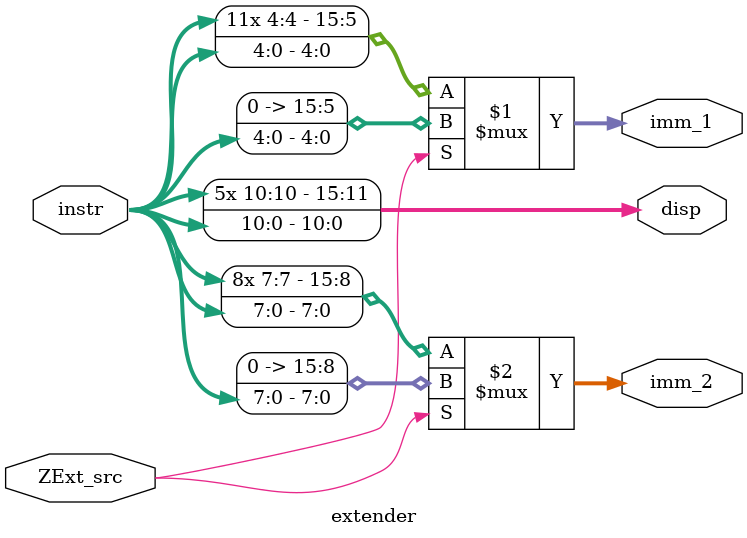
<source format=v>
/*
  
   Filename        : extender.v
   Description     : Uses the first 12 bits of the instruction and extends them according
                        to the instruction type to produce the immediate values and the 
                        displacement
*/
`default_nettype none
module extender (
    //Inputs
    input wire [15:0] instr,
    input wire ZExt_src,

    //Immediate Value Outputs
    output wire [15:0] imm_1,
    output wire [15:0] imm_2,
    output wire [15:0] disp
);

    /*********************************************************
    **                   Immediate Value 1                  **
    *********************************************************/
    assign imm_1 = (ZExt_src) ? {11'h000, instr[4:0]} : {{11{instr[4]}}, instr[4:0]};
    
    
    /*********************************************************
    **                   Immediate Value 2                  **
    *********************************************************/
    assign imm_2 = (ZExt_src) ? {8'h00, instr[7:0]} : {{8{instr[7]}}, instr[7:0]};


    /*********************************************************
    **                   Immediate Value 2                  **
    *********************************************************/
    assign disp = {{5{instr[10]}}, instr[10:0]};




endmodule
`default_nettype wire
</source>
